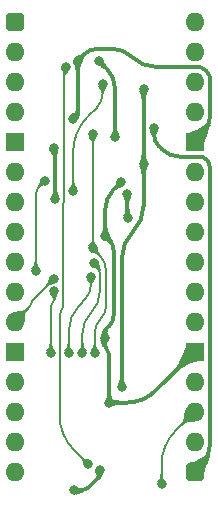
<source format=gbl>
%TF.GenerationSoftware,KiCad,Pcbnew,8.0.7*%
%TF.CreationDate,2025-01-14T09:52:43+02:00*%
%TF.ProjectId,Main Memory Enable,4d61696e-204d-4656-9d6f-727920456e61,V0*%
%TF.SameCoordinates,Original*%
%TF.FileFunction,Copper,L2,Bot*%
%TF.FilePolarity,Positive*%
%FSLAX46Y46*%
G04 Gerber Fmt 4.6, Leading zero omitted, Abs format (unit mm)*
G04 Created by KiCad (PCBNEW 8.0.7) date 2025-01-14 09:52:43*
%MOMM*%
%LPD*%
G01*
G04 APERTURE LIST*
G04 Aperture macros list*
%AMRoundRect*
0 Rectangle with rounded corners*
0 $1 Rounding radius*
0 $2 $3 $4 $5 $6 $7 $8 $9 X,Y pos of 4 corners*
0 Add a 4 corners polygon primitive as box body*
4,1,4,$2,$3,$4,$5,$6,$7,$8,$9,$2,$3,0*
0 Add four circle primitives for the rounded corners*
1,1,$1+$1,$2,$3*
1,1,$1+$1,$4,$5*
1,1,$1+$1,$6,$7*
1,1,$1+$1,$8,$9*
0 Add four rect primitives between the rounded corners*
20,1,$1+$1,$2,$3,$4,$5,0*
20,1,$1+$1,$4,$5,$6,$7,0*
20,1,$1+$1,$6,$7,$8,$9,0*
20,1,$1+$1,$8,$9,$2,$3,0*%
G04 Aperture macros list end*
%TA.AperFunction,ComponentPad*%
%ADD10RoundRect,0.400000X-0.400000X-0.400000X0.400000X-0.400000X0.400000X0.400000X-0.400000X0.400000X0*%
%TD*%
%TA.AperFunction,ComponentPad*%
%ADD11O,1.600000X1.600000*%
%TD*%
%TA.AperFunction,ComponentPad*%
%ADD12R,1.600000X1.600000*%
%TD*%
%TA.AperFunction,ViaPad*%
%ADD13C,0.800000*%
%TD*%
%TA.AperFunction,Conductor*%
%ADD14C,0.380000*%
%TD*%
%TA.AperFunction,Conductor*%
%ADD15C,0.200000*%
%TD*%
G04 APERTURE END LIST*
D10*
%TO.P,J2,1,Pin_1*%
%TO.N,5V*%
X0Y0D03*
D11*
%TO.P,J2,2,Pin_2*%
%TO.N,unconnected-(J2-Pin_2-Pad2)*%
X0Y-2540000D03*
%TO.P,J2,3,Pin_3*%
%TO.N,unconnected-(J2-Pin_3-Pad3)*%
X0Y-5080000D03*
%TO.P,J2,4,Pin_4*%
%TO.N,~{Main}0*%
X0Y-7620000D03*
D12*
%TO.P,J2,5,Pin_5*%
%TO.N,GND*%
X0Y-10160000D03*
D11*
%TO.P,J2,6,Pin_6*%
%TO.N,~{Main}1*%
X0Y-12700000D03*
%TO.P,J2,7,Pin_7*%
%TO.N,~{Main}2*%
X0Y-15240000D03*
%TO.P,J2,8,Pin_8*%
%TO.N,~{Main}3*%
X0Y-17780000D03*
%TO.P,J2,9,Pin_9*%
%TO.N,~{Main}4*%
X0Y-20320000D03*
%TO.P,J2,10,Pin_10*%
%TO.N,~{Main}5*%
X0Y-22860000D03*
%TO.P,J2,11,Pin_11*%
%TO.N,~{Main}6*%
X0Y-25400000D03*
D12*
%TO.P,J2,12,Pin_12*%
%TO.N,GND*%
X0Y-27940000D03*
D11*
%TO.P,J2,13,Pin_13*%
%TO.N,~{Main}7*%
X0Y-30480000D03*
%TO.P,J2,14,Pin_14*%
%TO.N,unconnected-(J2-Pin_14-Pad14)*%
X0Y-33020000D03*
%TO.P,J2,15,Pin_15*%
%TO.N,~{Reset}*%
X0Y-35560000D03*
%TO.P,J2,16,Pin_16*%
%TO.N,~{Set Contention}*%
X0Y-38100000D03*
D10*
%TO.P,J2,17,Pin_17*%
%TO.N,5V*%
X15240000Y-38100000D03*
D11*
%TO.P,J2,18,Pin_18*%
%TO.N,unconnected-(J2-Pin_18-Pad18)*%
X15240000Y-35560000D03*
%TO.P,J2,19,Pin_19*%
%TO.N,~{Contention}*%
X15240000Y-33020000D03*
%TO.P,J2,20,Pin_20*%
%TO.N,unconnected-(J2-Pin_20-Pad20)*%
X15240000Y-30480000D03*
D12*
%TO.P,J2,21,Pin_21*%
%TO.N,GND*%
X15240000Y-27940000D03*
D11*
%TO.P,J2,22,Pin_22*%
%TO.N,unconnected-(J2-Pin_22-Pad22)*%
X15240000Y-25400000D03*
%TO.P,J2,23,Pin_23*%
%TO.N,unconnected-(J2-Pin_23-Pad23)*%
X15240000Y-22860000D03*
%TO.P,J2,24,Pin_24*%
%TO.N,unconnected-(J2-Pin_24-Pad24)*%
X15240000Y-20320000D03*
%TO.P,J2,25,Pin_25*%
%TO.N,unconnected-(J2-Pin_25-Pad25)*%
X15240000Y-17780000D03*
%TO.P,J2,26,Pin_26*%
%TO.N,unconnected-(J2-Pin_26-Pad26)*%
X15240000Y-15240000D03*
%TO.P,J2,27,Pin_27*%
%TO.N,unconnected-(J2-Pin_27-Pad27)*%
X15240000Y-12700000D03*
D12*
%TO.P,J2,28,Pin_28*%
%TO.N,GND*%
X15240000Y-10160000D03*
D11*
%TO.P,J2,29,Pin_29*%
%TO.N,~{Main Memory}*%
X15240000Y-7620000D03*
%TO.P,J2,30,Pin_30*%
%TO.N,unconnected-(J2-Pin_30-Pad30)*%
X15240000Y-5080000D03*
%TO.P,J2,31,Pin_31*%
%TO.N,unconnected-(J2-Pin_31-Pad31)*%
X15240000Y-2540000D03*
%TO.P,J2,32,Pin_32*%
%TO.N,3.3V*%
X15240000Y0D03*
%TD*%
D13*
%TO.N,~{Main}1*%
X6731000Y-20447000D03*
%TO.N,/~{Pre-Main Memory}*%
X7454207Y-5311000D03*
X4953000Y-14351000D03*
%TO.N,/Pre-Main Memory*%
X1790000Y-21082000D03*
X2540003Y-13461997D03*
%TO.N,~{Main}2*%
X6459010Y-21611998D03*
X4572000Y-28067002D03*
%TO.N,~{Main}1*%
X5738972Y-28021223D03*
%TO.N,~{Main}0*%
X6604006Y-19177000D03*
X6626565Y-9497830D03*
X6787507Y-28076711D03*
%TO.N,3.3V*%
X9076004Y-30920004D03*
X10922000Y-5715000D03*
X10922000Y-12065000D03*
%TO.N,GND*%
X5334000Y-3302000D03*
X8001000Y-32258000D03*
X3301992Y-10668000D03*
X5016500Y-39687500D03*
X7670000Y-18161000D03*
X7184500Y-37918500D03*
X3429000Y-14986000D03*
X4961382Y-8201956D03*
X7608000Y-26797000D03*
X9017000Y-13589000D03*
%TO.N,5V*%
X9570000Y-16588000D03*
X7112000Y-3302000D03*
X11810996Y-9017002D03*
X8509000Y-9779000D03*
X9525000Y-14605000D03*
%TO.N,~{Contention}*%
X12446000Y-39116000D03*
%TO.N,~{Main}3*%
X3318370Y-22824975D03*
X3049499Y-28047079D03*
%TO.N,~{Main}6*%
X3293731Y-21785205D03*
%TO.N,/Contention*%
X6223000Y-37465000D03*
X4318000Y-3810000D03*
%TD*%
D14*
%TO.N,5V*%
X11810996Y-9588499D02*
G75*
G03*
X12215107Y-10564103I1379704J-1D01*
G01*
X16256000Y-11684000D02*
G75*
G03*
X15642789Y-11430004I-613200J-613200D01*
G01*
X16510000Y-35931974D02*
G75*
G02*
X15875001Y-37465001I-2168040J4D01*
G01*
X12445998Y-10794998D02*
G75*
G03*
X13979028Y-11429989I1533002J1532998D01*
G01*
X16256000Y-11684000D02*
G75*
G02*
X16509996Y-12297210I-613200J-613200D01*
G01*
X9525000Y-16511180D02*
G75*
G03*
X9547494Y-16565506I76800J-20D01*
G01*
X7810500Y-4000500D02*
G75*
G02*
X8509001Y-5686828I-1686330J-1686330D01*
G01*
%TO.N,GND*%
X7828263Y-25953736D02*
G75*
G03*
X7607991Y-26485500I531737J-531764D01*
G01*
X7807500Y-27746500D02*
G75*
G02*
X8001021Y-28213650I-467200J-467200D01*
G01*
X5334000Y-7565857D02*
G75*
G02*
X5147690Y-8015646I-636110J7D01*
G01*
X10033000Y-3048000D02*
G75*
G03*
X11872630Y-3810000I1839630J1839630D01*
G01*
X16226499Y-4161499D02*
G75*
G03*
X15377904Y-3809998I-848599J-848601D01*
G01*
X16577999Y-7875892D02*
G75*
G02*
X15909001Y-9491002I-2284099J-8D01*
G01*
X8382000Y-24852699D02*
G75*
G02*
X7995000Y-25787000I-1321300J-1D01*
G01*
X10033000Y-3048000D02*
G75*
G03*
X8193369Y-2286000I-1839630J-1839630D01*
G01*
X8026000Y-18517000D02*
G75*
G02*
X8382017Y-19376460I-859500J-859500D01*
G01*
X7614000Y-27279349D02*
G75*
G03*
X7807500Y-27746500I660650J-1D01*
G01*
X7184500Y-38227000D02*
G75*
G02*
X6966361Y-38753646I-744800J0D01*
G01*
X3365496Y-10731504D02*
G75*
G02*
X3428993Y-10884816I-153296J-153296D01*
G01*
X16226499Y-4161499D02*
G75*
G02*
X16578002Y-5010094I-848599J-848601D01*
G01*
X11954729Y-31225270D02*
G75*
G02*
X9461500Y-32257999I-2493229J2493230D01*
G01*
X7611000Y-26800000D02*
G75*
G02*
X7613982Y-26807242I-7200J-7200D01*
G01*
X6391710Y-39328289D02*
G75*
G02*
X5524500Y-39687505I-867210J867189D01*
G01*
X7068420Y-2286000D02*
G75*
G03*
X5841994Y-2793994I-20J-1734400D01*
G01*
X8343500Y-14262500D02*
G75*
G03*
X7669989Y-15888472I1626000J-1626000D01*
G01*
%TO.N,3.3V*%
X9999002Y-17813998D02*
G75*
G03*
X9076008Y-20042312I2228298J-2228302D01*
G01*
X10922000Y-15585683D02*
G75*
G02*
X9999002Y-17813998I-3151320J3D01*
G01*
D15*
%TO.N,/Contention*%
X3799499Y-33327825D02*
G75*
G03*
X5011247Y-36253251I4137171J-5D01*
G01*
X4203000Y-15177463D02*
G75*
G02*
X4135698Y-15339989I-229800J-37D01*
G01*
X4068370Y-24193879D02*
G75*
G02*
X3933937Y-24518438I-459000J-1D01*
G01*
X4260500Y-3867500D02*
G75*
G03*
X4203007Y-4006317I138800J-138800D01*
G01*
X3933934Y-24518435D02*
G75*
G03*
X3799495Y-24842991I324566J-324565D01*
G01*
X4135685Y-15339976D02*
G75*
G03*
X4068363Y-15502488I162515J-162524D01*
G01*
%TO.N,~{Main}6*%
X1426968Y-23812500D02*
G75*
G02*
X1313456Y-24086547I-387568J0D01*
G01*
X1540481Y-23538454D02*
G75*
G03*
X1426960Y-23812500I274019J-274046D01*
G01*
%TO.N,~{Main}3*%
X3318370Y-23544008D02*
G75*
G02*
X3183926Y-23868556I-458970J8D01*
G01*
X3183934Y-23868564D02*
G75*
G03*
X3049516Y-24193120I324566J-324536D01*
G01*
%TO.N,~{Contention}*%
X13613433Y-34646566D02*
G75*
G03*
X12446009Y-37465000I2818467J-2818434D01*
G01*
%TO.N,~{Main}0*%
X7175503Y-19748497D02*
G75*
G02*
X7746995Y-21128212I-1379703J-1379703D01*
G01*
X7267253Y-25175432D02*
G75*
G03*
X6787547Y-26333643I1158247J-1158168D01*
G01*
X6626565Y-19138489D02*
G75*
G02*
X6615302Y-19165737I-38565J-11D01*
G01*
X7747000Y-24017221D02*
G75*
G02*
X7267255Y-25175434I-1637970J1D01*
G01*
%TO.N,~{Main}1*%
X6473991Y-24641009D02*
G75*
G03*
X5738978Y-26415501I1774509J-1774491D01*
G01*
X7209010Y-22866516D02*
G75*
G02*
X6473990Y-24641008I-2509520J6D01*
G01*
X6970005Y-20686005D02*
G75*
G02*
X7209001Y-21263014I-577005J-576995D01*
G01*
%TO.N,~{Main}2*%
X6459010Y-22308494D02*
G75*
G02*
X5966513Y-23497488I-1681500J4D01*
G01*
X5515505Y-23948495D02*
G75*
G03*
X4572004Y-26226317I2277795J-2277805D01*
G01*
%TO.N,/Pre-Main Memory*%
X2165001Y-13836998D02*
G75*
G03*
X1789999Y-14742332I905329J-905332D01*
G01*
%TO.N,/~{Pre-Main Memory}*%
X7454207Y-6040396D02*
G75*
G02*
X6938445Y-7285554I-1760907J-4D01*
G01*
X6203603Y-8020396D02*
G75*
G03*
X4952997Y-11039620I3019217J-3019224D01*
G01*
D14*
%TO.N,GND*%
X5016500Y-39687500D02*
X5524500Y-39687500D01*
X7184500Y-37918500D02*
X7184500Y-38227000D01*
X6966357Y-38753642D02*
X6391710Y-39328289D01*
D15*
%TO.N,~{Main}0*%
X6626565Y-9497830D02*
X6626565Y-19138489D01*
X6604006Y-19177000D02*
X6615285Y-19165720D01*
%TO.N,~{Main}2*%
X6459010Y-21611998D02*
X6459010Y-22308494D01*
X4572000Y-28067002D02*
X4572000Y-26226317D01*
X5966512Y-23497487D02*
X5515505Y-23948495D01*
%TO.N,~{Main}1*%
X5738972Y-28021223D02*
X5738972Y-26415501D01*
X7209010Y-22866516D02*
X7209010Y-21263014D01*
X6731000Y-20447000D02*
X6970005Y-20686005D01*
D14*
%TO.N,5V*%
X11810996Y-9588499D02*
X11810996Y-9017002D01*
X15642789Y-11430000D02*
X13979028Y-11430000D01*
X12215105Y-10564105D02*
X12445998Y-10794998D01*
X15875000Y-37465000D02*
X15240000Y-38100000D01*
X16510000Y-35931974D02*
X16510000Y-12297210D01*
D15*
%TO.N,/~{Pre-Main Memory}*%
X4953000Y-14351000D02*
X4953000Y-11039620D01*
X6938445Y-7285554D02*
X6203603Y-8020396D01*
X7454207Y-6040396D02*
X7454207Y-5311000D01*
%TO.N,/Pre-Main Memory*%
X1790000Y-21082000D02*
X1790000Y-14742332D01*
X2540003Y-13461997D02*
X2165001Y-13836998D01*
%TO.N,~{Main}0*%
X6787507Y-28076711D02*
X6787507Y-26333643D01*
X7175503Y-19748497D02*
X6604006Y-19177000D01*
X7747000Y-21128212D02*
X7747000Y-24017221D01*
D14*
%TO.N,3.3V*%
X10922000Y-12065000D02*
X10922000Y-5715000D01*
X10922000Y-12065000D02*
X10922000Y-15585683D01*
X9076004Y-30920004D02*
X9076004Y-20042312D01*
%TO.N,GND*%
X7608000Y-26797000D02*
X7608000Y-26485500D01*
X3365496Y-10731504D02*
X3301992Y-10668000D01*
X8001000Y-28213650D02*
X8001000Y-32258000D01*
X11954729Y-31225270D02*
X15240000Y-27940000D01*
X8382000Y-24852699D02*
X8382000Y-19376460D01*
X7670000Y-18161000D02*
X7670000Y-15888472D01*
X9017000Y-13589000D02*
X8343500Y-14262500D01*
X15908999Y-9491000D02*
X15240000Y-10160000D01*
X7608000Y-26797000D02*
X7611000Y-26800000D01*
X7670000Y-18161000D02*
X8026000Y-18517000D01*
X7614000Y-27279349D02*
X7614000Y-26807242D01*
X8001000Y-32258000D02*
X9461500Y-32258000D01*
X16577999Y-7875892D02*
X16577999Y-5010094D01*
X3429000Y-14986000D02*
X3429000Y-10884816D01*
X8193369Y-2286000D02*
X7068420Y-2286000D01*
X11872630Y-3810000D02*
X15377904Y-3810000D01*
X5334000Y-3302000D02*
X5334000Y-7565857D01*
X5147691Y-8015647D02*
X4961382Y-8201956D01*
X7828263Y-25953736D02*
X7995000Y-25787000D01*
X5334000Y-3302000D02*
X5842000Y-2794000D01*
%TO.N,5V*%
X8509000Y-9779000D02*
X8509000Y-5686828D01*
X7112000Y-3302000D02*
X7810500Y-4000500D01*
X9525000Y-14605000D02*
X9525000Y-16511180D01*
X9570000Y-16588000D02*
X9547500Y-16565500D01*
D15*
%TO.N,~{Contention}*%
X13613433Y-34646566D02*
X15240000Y-33020000D01*
X12446000Y-37465000D02*
X12446000Y-39116000D01*
%TO.N,~{Main}3*%
X3049499Y-28047079D02*
X3049499Y-24193120D01*
X3318370Y-23544008D02*
X3318370Y-22824975D01*
%TO.N,~{Main}6*%
X1313454Y-24086545D02*
X0Y-25400000D01*
X1540481Y-23538454D02*
X3293731Y-21785205D01*
%TO.N,/Contention*%
X3799499Y-33327825D02*
X3799499Y-24842991D01*
X5011249Y-36253249D02*
X6223000Y-37465000D01*
X4203000Y-15177463D02*
X4203000Y-4006317D01*
X4068370Y-24193879D02*
X4068370Y-15502488D01*
X4260500Y-3867500D02*
X4318000Y-3810000D01*
%TD*%
%TA.AperFunction,Conductor*%
%TO.N,5V*%
G36*
X16180641Y-36674137D02*
G01*
X16514808Y-36812552D01*
X16521140Y-36818884D01*
X16521181Y-36827739D01*
X16428418Y-37057603D01*
X16428412Y-37057620D01*
X16331310Y-37334838D01*
X16234208Y-37648654D01*
X16137103Y-37999084D01*
X16043136Y-38373603D01*
X16037799Y-38380794D01*
X16028941Y-38382104D01*
X16027861Y-38381777D01*
X15244195Y-38102553D01*
X15237552Y-38096548D01*
X15237543Y-38096529D01*
X14867747Y-37313536D01*
X14867312Y-37304591D01*
X14873329Y-37297960D01*
X14876030Y-37297066D01*
X15024949Y-37267304D01*
X15123968Y-37247515D01*
X15123969Y-37247514D01*
X15123972Y-37247514D01*
X15386590Y-37158428D01*
X15649209Y-37032742D01*
X15911827Y-36870456D01*
X16169101Y-36675618D01*
X16177765Y-36673356D01*
X16180641Y-36674137D01*
G37*
%TD.AperFunction*%
%TD*%
%TA.AperFunction,Conductor*%
%TO.N,GND*%
G36*
X7612853Y-25931359D02*
G01*
X7612930Y-25931410D01*
X7617983Y-25934786D01*
X7910969Y-26130559D01*
X7915944Y-26138005D01*
X7915209Y-26144929D01*
X7857178Y-26279185D01*
X7870337Y-26392398D01*
X7923264Y-26499961D01*
X7923416Y-26500283D01*
X7980308Y-26625369D01*
X7981213Y-26628377D01*
X8005854Y-26783492D01*
X8003768Y-26792201D01*
X7996135Y-26796883D01*
X7994323Y-26797028D01*
X7609798Y-26797826D01*
X7605270Y-26796924D01*
X7593946Y-26792201D01*
X7249158Y-26648394D01*
X7242842Y-26642047D01*
X7242828Y-26633181D01*
X7297071Y-26500110D01*
X7314081Y-26458380D01*
X7314112Y-26458303D01*
X7368840Y-26326729D01*
X7369080Y-26326192D01*
X7422242Y-26215899D01*
X7422650Y-26215130D01*
X7493885Y-26092799D01*
X7494146Y-26092376D01*
X7596666Y-25934785D01*
X7604050Y-25929720D01*
X7612853Y-25931359D01*
G37*
%TD.AperFunction*%
%TD*%
%TA.AperFunction,Conductor*%
%TO.N,GND*%
G36*
X5520326Y-7528898D02*
G01*
X5523753Y-7537171D01*
X5523750Y-7537416D01*
X5519577Y-7736977D01*
X5519510Y-7738013D01*
X5503070Y-7887274D01*
X5502752Y-7888980D01*
X5469467Y-8015052D01*
X5469056Y-8016316D01*
X5413635Y-8158445D01*
X5413518Y-8158731D01*
X5335435Y-8344328D01*
X5329069Y-8350625D01*
X5320199Y-8350611D01*
X4963558Y-8203851D01*
X4959722Y-8201290D01*
X4688233Y-7928841D01*
X4684821Y-7920561D01*
X4688262Y-7912294D01*
X4689677Y-7911093D01*
X4808517Y-7825530D01*
X4811071Y-7824137D01*
X4935454Y-7775239D01*
X4935487Y-7775226D01*
X5042228Y-7733634D01*
X5116282Y-7662761D01*
X5142105Y-7534855D01*
X5147102Y-7527424D01*
X5153574Y-7525471D01*
X5512053Y-7525471D01*
X5520326Y-7528898D01*
G37*
%TD.AperFunction*%
%TD*%
%TA.AperFunction,Conductor*%
%TO.N,GND*%
G36*
X16264903Y-8602162D02*
G01*
X16268981Y-8603851D01*
X16598638Y-8740399D01*
X16604969Y-8746730D01*
X16604969Y-8755684D01*
X16604916Y-8755811D01*
X16495662Y-9011074D01*
X16381741Y-9313846D01*
X16267825Y-9653205D01*
X16153916Y-10029142D01*
X16043333Y-10429635D01*
X16037828Y-10436698D01*
X16028941Y-10437799D01*
X16028182Y-10437561D01*
X15244203Y-10162531D01*
X15237531Y-10156559D01*
X15237521Y-10156539D01*
X14996783Y-9653195D01*
X14862553Y-9372542D01*
X14862076Y-9363602D01*
X14868061Y-9356941D01*
X14869933Y-9356235D01*
X15136944Y-9281101D01*
X15417333Y-9165603D01*
X15417338Y-9165600D01*
X15417341Y-9165599D01*
X15468835Y-9137665D01*
X15697722Y-9013506D01*
X15978111Y-8824808D01*
X16253098Y-8603850D01*
X16261693Y-8601340D01*
X16264903Y-8602162D01*
G37*
%TD.AperFunction*%
%TD*%
%TA.AperFunction,Conductor*%
%TO.N,GND*%
G36*
X7187225Y-37918574D02*
G01*
X7543323Y-38067098D01*
X7549639Y-38073445D01*
X7549646Y-38082330D01*
X7478116Y-38257012D01*
X7478068Y-38257129D01*
X7422651Y-38388382D01*
X7422374Y-38388989D01*
X7368401Y-38498876D01*
X7367978Y-38499659D01*
X7296063Y-38621658D01*
X7295781Y-38622112D01*
X7192945Y-38779652D01*
X7185554Y-38784707D01*
X7176753Y-38783054D01*
X7176648Y-38782985D01*
X6878643Y-38583868D01*
X6873668Y-38576423D01*
X6874409Y-38569482D01*
X6932564Y-38435506D01*
X6920105Y-38322450D01*
X6868094Y-38215019D01*
X6867954Y-38214718D01*
X6811834Y-38089779D01*
X6810949Y-38086801D01*
X6786619Y-37931985D01*
X6788720Y-37923283D01*
X6796361Y-37918613D01*
X6798144Y-37918471D01*
X7182705Y-37917673D01*
X7187225Y-37918574D01*
G37*
%TD.AperFunction*%
%TD*%
%TA.AperFunction,Conductor*%
%TO.N,~{Main}1*%
G36*
X7098408Y-20298514D02*
G01*
X7104724Y-20304861D01*
X7104834Y-20305137D01*
X7170719Y-20477603D01*
X7171038Y-20478559D01*
X7209260Y-20612130D01*
X7209520Y-20613244D01*
X7231312Y-20732374D01*
X7231378Y-20732776D01*
X7251945Y-20872576D01*
X7284476Y-21056336D01*
X7282544Y-21065080D01*
X7275237Y-21069851D01*
X7100037Y-21104698D01*
X7091255Y-21102951D01*
X7086811Y-21097360D01*
X7041084Y-20976402D01*
X7041084Y-20976401D01*
X6963477Y-20912232D01*
X6859244Y-20884170D01*
X6859235Y-20884168D01*
X6730864Y-20862384D01*
X6729456Y-20862055D01*
X6590308Y-20820270D01*
X6583370Y-20814608D01*
X6582467Y-20805699D01*
X6582857Y-20804602D01*
X6612492Y-20732776D01*
X6728947Y-20450522D01*
X6735269Y-20444183D01*
X7089454Y-20298492D01*
X7098408Y-20298514D01*
G37*
%TD.AperFunction*%
%TD*%
%TA.AperFunction,Conductor*%
%TO.N,GND*%
G36*
X5180063Y-39323190D02*
G01*
X5180772Y-39323514D01*
X5309314Y-39387402D01*
X5310179Y-39387878D01*
X5412614Y-39450071D01*
X5503677Y-39493402D01*
X5529882Y-39496482D01*
X5608496Y-39505725D01*
X5608497Y-39505724D01*
X5608499Y-39505725D01*
X5742328Y-39477338D01*
X5751130Y-39478973D01*
X5755881Y-39485168D01*
X5866368Y-39825213D01*
X5865666Y-39834140D01*
X5858856Y-39839955D01*
X5858644Y-39840022D01*
X5695875Y-39889505D01*
X5695463Y-39889622D01*
X5570326Y-39922716D01*
X5570327Y-39922717D01*
X5462113Y-39951412D01*
X5462106Y-39951414D01*
X5339190Y-39991045D01*
X5339132Y-39991066D01*
X5180216Y-40052909D01*
X5171263Y-40052716D01*
X5165175Y-40046511D01*
X5017425Y-39692308D01*
X5017403Y-39683356D01*
X5164766Y-39329490D01*
X5171108Y-39323173D01*
X5180063Y-39323190D01*
G37*
%TD.AperFunction*%
%TD*%
%TA.AperFunction,Conductor*%
%TO.N,~{Main}0*%
G36*
X6911281Y-9615533D02*
G01*
X6984517Y-9646067D01*
X6990835Y-9652414D01*
X6990814Y-9661368D01*
X6990465Y-9662127D01*
X6916925Y-9808192D01*
X6916176Y-9809472D01*
X6843299Y-9917562D01*
X6782827Y-10011965D01*
X6741723Y-10127070D01*
X6727512Y-10287165D01*
X6723367Y-10295102D01*
X6715858Y-10297830D01*
X6537272Y-10297830D01*
X6528999Y-10294403D01*
X6525618Y-10287165D01*
X6511405Y-10127070D01*
X6511405Y-10127068D01*
X6470303Y-10011968D01*
X6409826Y-9917558D01*
X6336947Y-9809465D01*
X6336207Y-9808200D01*
X6262664Y-9662127D01*
X6262004Y-9653197D01*
X6267853Y-9646416D01*
X6268612Y-9646067D01*
X6622065Y-9498705D01*
X6631014Y-9498685D01*
X6911281Y-9615533D01*
G37*
%TD.AperFunction*%
%TD*%
%TA.AperFunction,Conductor*%
%TO.N,~{Main}0*%
G36*
X6724009Y-18384914D02*
G01*
X6727401Y-18392284D01*
X6739608Y-18549927D01*
X6775579Y-18664731D01*
X6829716Y-18759538D01*
X6875573Y-18833172D01*
X6895893Y-18865802D01*
X6896983Y-18867551D01*
X6897561Y-18868594D01*
X6968098Y-19012767D01*
X6968655Y-19021705D01*
X6962730Y-19028419D01*
X6962090Y-19028708D01*
X6608508Y-19176123D01*
X6599554Y-19176144D01*
X6599504Y-19176123D01*
X6570425Y-19163999D01*
X6246205Y-19028826D01*
X6239888Y-19022480D01*
X6239909Y-19013526D01*
X6240319Y-19012647D01*
X6316268Y-18866604D01*
X6317216Y-18865081D01*
X6395612Y-18758578D01*
X6462632Y-18666174D01*
X6509148Y-18552504D01*
X6509411Y-18549927D01*
X6525494Y-18392002D01*
X6529742Y-18384118D01*
X6537134Y-18381487D01*
X6715736Y-18381487D01*
X6724009Y-18384914D01*
G37*
%TD.AperFunction*%
%TD*%
%TA.AperFunction,Conductor*%
%TO.N,~{Main}2*%
G36*
X6816688Y-21760120D02*
G01*
X6823005Y-21766466D01*
X6822984Y-21775420D01*
X6822510Y-21776422D01*
X6756866Y-21899557D01*
X6755722Y-21901306D01*
X6685019Y-21990800D01*
X6684945Y-21990892D01*
X6622785Y-22067960D01*
X6622784Y-22067961D01*
X6578007Y-22163837D01*
X6560339Y-22299952D01*
X6555875Y-22307715D01*
X6548520Y-22310144D01*
X6369403Y-22306841D01*
X6361195Y-22303262D01*
X6357980Y-22296326D01*
X6344247Y-22161020D01*
X6299886Y-22065847D01*
X6235958Y-21989331D01*
X6163183Y-21900532D01*
X6161948Y-21898695D01*
X6160128Y-21895340D01*
X6095636Y-21776460D01*
X6094704Y-21767556D01*
X6100342Y-21760599D01*
X6101410Y-21760088D01*
X6454528Y-21612874D01*
X6463477Y-21612854D01*
X6816688Y-21760120D01*
G37*
%TD.AperFunction*%
%TD*%
%TA.AperFunction,Conductor*%
%TO.N,~{Main}2*%
G36*
X4669566Y-27270429D02*
G01*
X4672947Y-27277667D01*
X4687158Y-27437760D01*
X4728262Y-27552864D01*
X4788734Y-27647268D01*
X4861611Y-27755357D01*
X4862360Y-27756637D01*
X4935900Y-27902704D01*
X4936560Y-27911634D01*
X4930711Y-27918415D01*
X4929952Y-27918764D01*
X4576502Y-28066125D01*
X4567548Y-28066146D01*
X4567498Y-28066125D01*
X4214046Y-27918764D01*
X4207728Y-27912417D01*
X4207749Y-27903463D01*
X4208083Y-27902736D01*
X4281646Y-27756622D01*
X4282378Y-27755371D01*
X4355261Y-27647273D01*
X4415738Y-27552862D01*
X4456840Y-27437763D01*
X4471053Y-27277666D01*
X4475198Y-27269730D01*
X4482707Y-27267002D01*
X4661293Y-27267002D01*
X4669566Y-27270429D01*
G37*
%TD.AperFunction*%
%TD*%
%TA.AperFunction,Conductor*%
%TO.N,~{Main}1*%
G36*
X5836538Y-27224650D02*
G01*
X5839919Y-27231888D01*
X5854130Y-27391981D01*
X5895234Y-27507085D01*
X5955706Y-27601489D01*
X6028583Y-27709578D01*
X6029332Y-27710858D01*
X6102872Y-27856925D01*
X6103532Y-27865855D01*
X6097683Y-27872636D01*
X6096924Y-27872985D01*
X5743474Y-28020346D01*
X5734520Y-28020367D01*
X5734470Y-28020346D01*
X5381018Y-27872985D01*
X5374700Y-27866638D01*
X5374721Y-27857684D01*
X5375055Y-27856957D01*
X5448618Y-27710843D01*
X5449350Y-27709592D01*
X5522233Y-27601494D01*
X5582710Y-27507083D01*
X5623812Y-27391984D01*
X5638025Y-27231887D01*
X5642170Y-27223951D01*
X5649679Y-27221223D01*
X5828265Y-27221223D01*
X5836538Y-27224650D01*
G37*
%TD.AperFunction*%
%TD*%
%TA.AperFunction,Conductor*%
%TO.N,5V*%
G36*
X12138158Y-9152411D02*
G01*
X12168873Y-9165210D01*
X12175192Y-9171556D01*
X12175173Y-9180510D01*
X12174791Y-9181335D01*
X12119310Y-9289870D01*
X12118582Y-9291102D01*
X12089181Y-9334514D01*
X12061498Y-9375392D01*
X12061489Y-9375407D01*
X12016780Y-9449764D01*
X12016780Y-9449766D01*
X11993507Y-9538694D01*
X11993506Y-9538701D01*
X11999802Y-9656698D01*
X11996821Y-9665142D01*
X11989949Y-9668877D01*
X11636344Y-9724882D01*
X11627637Y-9722791D01*
X11623003Y-9715414D01*
X11599111Y-9583631D01*
X11572910Y-9483684D01*
X11541314Y-9399598D01*
X11499200Y-9304139D01*
X11493585Y-9291106D01*
X11446127Y-9180945D01*
X11446001Y-9171991D01*
X11452243Y-9165571D01*
X11806339Y-9017891D01*
X11815292Y-9017870D01*
X12138158Y-9152411D01*
G37*
%TD.AperFunction*%
%TD*%
%TA.AperFunction,Conductor*%
%TO.N,/~{Pre-Main Memory}*%
G36*
X5050566Y-13554427D02*
G01*
X5053947Y-13561665D01*
X5068158Y-13721758D01*
X5109262Y-13836862D01*
X5169734Y-13931266D01*
X5242611Y-14039355D01*
X5243360Y-14040635D01*
X5316900Y-14186702D01*
X5317560Y-14195632D01*
X5311711Y-14202413D01*
X5310952Y-14202762D01*
X4957502Y-14350123D01*
X4948548Y-14350144D01*
X4948498Y-14350123D01*
X4595046Y-14202762D01*
X4588728Y-14196415D01*
X4588749Y-14187461D01*
X4589083Y-14186734D01*
X4662646Y-14040620D01*
X4663378Y-14039369D01*
X4736261Y-13931271D01*
X4796738Y-13836860D01*
X4837840Y-13721761D01*
X4852053Y-13561664D01*
X4856198Y-13553728D01*
X4863707Y-13551000D01*
X5042293Y-13551000D01*
X5050566Y-13554427D01*
G37*
%TD.AperFunction*%
%TD*%
%TA.AperFunction,Conductor*%
%TO.N,/~{Pre-Main Memory}*%
G36*
X7811993Y-5459167D02*
G01*
X7818311Y-5465514D01*
X7818290Y-5474468D01*
X7817866Y-5475375D01*
X7749821Y-5605896D01*
X7748832Y-5607472D01*
X7677751Y-5702993D01*
X7677752Y-5702994D01*
X7616329Y-5785763D01*
X7572640Y-5887862D01*
X7572640Y-5887863D01*
X7555445Y-6031644D01*
X7551060Y-6039452D01*
X7543624Y-6041953D01*
X7364699Y-6038837D01*
X7356487Y-6035267D01*
X7353253Y-6028222D01*
X7339967Y-5885204D01*
X7296696Y-5783769D01*
X7233595Y-5701600D01*
X7233588Y-5701590D01*
X7160459Y-5606737D01*
X7159387Y-5605072D01*
X7090665Y-5475412D01*
X7089819Y-5466497D01*
X7095524Y-5459595D01*
X7096492Y-5459137D01*
X7449724Y-5311876D01*
X7458673Y-5311856D01*
X7811993Y-5459167D01*
G37*
%TD.AperFunction*%
%TD*%
%TA.AperFunction,Conductor*%
%TO.N,/Pre-Main Memory*%
G36*
X1887566Y-20285427D02*
G01*
X1890947Y-20292665D01*
X1905158Y-20452758D01*
X1946262Y-20567862D01*
X2006734Y-20662266D01*
X2079611Y-20770355D01*
X2080360Y-20771635D01*
X2153900Y-20917702D01*
X2154560Y-20926632D01*
X2148711Y-20933413D01*
X2147952Y-20933762D01*
X1794502Y-21081123D01*
X1785548Y-21081144D01*
X1785498Y-21081123D01*
X1432046Y-20933762D01*
X1425728Y-20927415D01*
X1425749Y-20918461D01*
X1426083Y-20917734D01*
X1499646Y-20771620D01*
X1500378Y-20770369D01*
X1573261Y-20662271D01*
X1633738Y-20567860D01*
X1674840Y-20452761D01*
X1689053Y-20292664D01*
X1693198Y-20284728D01*
X1700707Y-20282000D01*
X1879293Y-20282000D01*
X1887566Y-20285427D01*
G37*
%TD.AperFunction*%
%TD*%
%TA.AperFunction,Conductor*%
%TO.N,/Pre-Main Memory*%
G36*
X2182157Y-13313739D02*
G01*
X2489644Y-13440230D01*
X2536078Y-13459332D01*
X2542425Y-13465648D01*
X2542446Y-13465698D01*
X2687987Y-13819190D01*
X2687968Y-13828144D01*
X2681622Y-13834463D01*
X2680151Y-13834957D01*
X2553911Y-13868247D01*
X2551226Y-13868630D01*
X2438152Y-13871515D01*
X2437995Y-13871518D01*
X2339806Y-13872705D01*
X2248083Y-13904553D01*
X2160271Y-13992383D01*
X2151998Y-13995811D01*
X2145120Y-13993576D01*
X2000051Y-13888177D01*
X1995372Y-13880542D01*
X1996882Y-13872715D01*
X2066743Y-13755681D01*
X2097561Y-13655170D01*
X2108594Y-13560643D01*
X2108639Y-13560305D01*
X2124520Y-13452626D01*
X2124949Y-13450777D01*
X2166580Y-13320990D01*
X2172370Y-13314160D01*
X2181295Y-13313424D01*
X2182157Y-13313739D01*
G37*
%TD.AperFunction*%
%TD*%
%TA.AperFunction,Conductor*%
%TO.N,~{Main}0*%
G36*
X6885073Y-27280138D02*
G01*
X6888454Y-27287376D01*
X6902665Y-27447469D01*
X6943769Y-27562573D01*
X7004241Y-27656977D01*
X7077118Y-27765066D01*
X7077867Y-27766346D01*
X7151407Y-27912413D01*
X7152067Y-27921343D01*
X7146218Y-27928124D01*
X7145459Y-27928473D01*
X6792009Y-28075834D01*
X6783055Y-28075855D01*
X6783005Y-28075834D01*
X6429553Y-27928473D01*
X6423235Y-27922126D01*
X6423256Y-27913172D01*
X6423590Y-27912445D01*
X6497153Y-27766331D01*
X6497885Y-27765080D01*
X6570768Y-27656982D01*
X6631245Y-27562571D01*
X6672347Y-27447472D01*
X6686560Y-27287375D01*
X6690705Y-27279439D01*
X6698214Y-27276711D01*
X6876800Y-27276711D01*
X6885073Y-27280138D01*
G37*
%TD.AperFunction*%
%TD*%
%TA.AperFunction,Conductor*%
%TO.N,~{Main}0*%
G36*
X6970890Y-19028730D02*
G01*
X6977208Y-19035077D01*
X6977498Y-19035860D01*
X7028782Y-19191146D01*
X7029157Y-19192580D01*
X7054058Y-19320550D01*
X7078049Y-19430057D01*
X7094929Y-19465689D01*
X7130374Y-19540508D01*
X7130376Y-19540511D01*
X7130377Y-19540512D01*
X7233529Y-19663764D01*
X7236211Y-19672308D01*
X7232830Y-19679546D01*
X7106552Y-19805824D01*
X7098279Y-19809251D01*
X7090770Y-19806523D01*
X6967518Y-19703371D01*
X6967517Y-19703370D01*
X6967514Y-19703368D01*
X6892695Y-19667923D01*
X6857063Y-19651043D01*
X6747556Y-19627052D01*
X6619586Y-19602151D01*
X6618152Y-19601776D01*
X6462866Y-19550492D01*
X6456085Y-19544643D01*
X6455425Y-19535713D01*
X6455709Y-19534944D01*
X6601443Y-19180802D01*
X6607759Y-19174457D01*
X6961937Y-19028709D01*
X6970890Y-19028730D01*
G37*
%TD.AperFunction*%
%TD*%
%TA.AperFunction,Conductor*%
%TO.N,3.3V*%
G36*
X11280529Y-5863477D02*
G01*
X11286847Y-5869824D01*
X11286826Y-5878778D01*
X11286732Y-5878999D01*
X11223558Y-6022195D01*
X11223493Y-6022337D01*
X11172858Y-6133076D01*
X11172853Y-6133089D01*
X11138202Y-6231585D01*
X11118340Y-6348580D01*
X11112429Y-6503745D01*
X11108689Y-6511882D01*
X11100737Y-6515000D01*
X10743263Y-6515000D01*
X10734990Y-6511573D01*
X10731571Y-6503746D01*
X10731571Y-6503745D01*
X10725658Y-6348587D01*
X10705794Y-6231582D01*
X10671145Y-6133091D01*
X10671143Y-6133087D01*
X10671139Y-6133076D01*
X10620504Y-6022338D01*
X10620439Y-6022195D01*
X10557266Y-5878996D01*
X10557063Y-5870046D01*
X10563250Y-5863571D01*
X10563399Y-5863506D01*
X10917500Y-5715875D01*
X10926449Y-5715855D01*
X11280529Y-5863477D01*
G37*
%TD.AperFunction*%
%TD*%
%TA.AperFunction,Conductor*%
%TO.N,3.3V*%
G36*
X11109010Y-11268427D02*
G01*
X11112429Y-11276255D01*
X11118340Y-11431418D01*
X11138202Y-11548412D01*
X11172853Y-11646908D01*
X11172858Y-11646921D01*
X11223483Y-11757636D01*
X11223548Y-11757779D01*
X11286732Y-11901001D01*
X11286936Y-11909953D01*
X11280749Y-11916428D01*
X11280529Y-11916522D01*
X10926502Y-12064123D01*
X10917548Y-12064144D01*
X10917498Y-12064123D01*
X10563470Y-11916522D01*
X10557152Y-11910175D01*
X10557173Y-11901221D01*
X10557236Y-11901071D01*
X10620450Y-11757779D01*
X10671145Y-11646907D01*
X10705794Y-11548416D01*
X10725658Y-11431412D01*
X10731571Y-11276253D01*
X10735311Y-11268118D01*
X10743263Y-11265000D01*
X11100737Y-11265000D01*
X11109010Y-11268427D01*
G37*
%TD.AperFunction*%
%TD*%
%TA.AperFunction,Conductor*%
%TO.N,3.3V*%
G36*
X11280529Y-12213477D02*
G01*
X11286847Y-12219824D01*
X11286826Y-12228778D01*
X11286732Y-12228999D01*
X11223558Y-12372195D01*
X11223493Y-12372337D01*
X11172858Y-12483076D01*
X11172853Y-12483089D01*
X11138202Y-12581585D01*
X11118340Y-12698580D01*
X11112429Y-12853745D01*
X11108689Y-12861882D01*
X11100737Y-12865000D01*
X10743263Y-12865000D01*
X10734990Y-12861573D01*
X10731571Y-12853746D01*
X10731571Y-12853745D01*
X10725658Y-12698587D01*
X10705794Y-12581582D01*
X10671145Y-12483091D01*
X10671143Y-12483087D01*
X10671139Y-12483076D01*
X10620504Y-12372338D01*
X10620439Y-12372195D01*
X10557266Y-12228996D01*
X10557063Y-12220046D01*
X10563250Y-12213571D01*
X10563399Y-12213506D01*
X10917500Y-12065875D01*
X10926449Y-12065855D01*
X11280529Y-12213477D01*
G37*
%TD.AperFunction*%
%TD*%
%TA.AperFunction,Conductor*%
%TO.N,3.3V*%
G36*
X9263014Y-30123431D02*
G01*
X9266433Y-30131259D01*
X9272344Y-30286422D01*
X9292206Y-30403416D01*
X9326857Y-30501912D01*
X9326862Y-30501925D01*
X9377487Y-30612640D01*
X9377552Y-30612783D01*
X9440736Y-30756005D01*
X9440940Y-30764957D01*
X9434753Y-30771432D01*
X9434533Y-30771526D01*
X9080506Y-30919127D01*
X9071552Y-30919148D01*
X9071502Y-30919127D01*
X8717474Y-30771526D01*
X8711156Y-30765179D01*
X8711177Y-30756225D01*
X8711240Y-30756075D01*
X8774454Y-30612783D01*
X8825149Y-30501911D01*
X8859798Y-30403420D01*
X8879662Y-30286416D01*
X8885575Y-30131257D01*
X8889315Y-30123122D01*
X8897267Y-30120004D01*
X9254741Y-30120004D01*
X9263014Y-30123431D01*
G37*
%TD.AperFunction*%
%TD*%
%TA.AperFunction,Conductor*%
%TO.N,GND*%
G36*
X8188010Y-31461427D02*
G01*
X8191429Y-31469255D01*
X8197340Y-31624418D01*
X8217202Y-31741412D01*
X8251853Y-31839908D01*
X8251858Y-31839921D01*
X8302483Y-31950636D01*
X8302548Y-31950779D01*
X8365732Y-32094001D01*
X8365936Y-32102953D01*
X8359749Y-32109428D01*
X8359529Y-32109522D01*
X8005502Y-32257123D01*
X7996548Y-32257144D01*
X7996498Y-32257123D01*
X7642470Y-32109522D01*
X7636152Y-32103175D01*
X7636173Y-32094221D01*
X7636236Y-32094071D01*
X7699450Y-31950779D01*
X7750145Y-31839907D01*
X7784794Y-31741416D01*
X7804658Y-31624412D01*
X7810571Y-31469253D01*
X7814311Y-31461118D01*
X7822263Y-31458000D01*
X8179737Y-31458000D01*
X8188010Y-31461427D01*
G37*
%TD.AperFunction*%
%TD*%
%TA.AperFunction,Conductor*%
%TO.N,GND*%
G36*
X14451293Y-27613293D02*
G01*
X15236214Y-27937437D01*
X15242553Y-27943762D01*
X15242562Y-27943785D01*
X15566012Y-28727025D01*
X15566003Y-28735980D01*
X15559664Y-28742305D01*
X15557644Y-28742933D01*
X15258822Y-28806808D01*
X14946284Y-28910215D01*
X14633742Y-29050223D01*
X14321213Y-29226823D01*
X14321198Y-29226832D01*
X14016674Y-29434570D01*
X14007909Y-29436402D01*
X14001808Y-29433178D01*
X13746350Y-29177719D01*
X13742923Y-29169446D01*
X13744522Y-29163542D01*
X13879972Y-28931993D01*
X14019979Y-28656052D01*
X14159986Y-28343511D01*
X14299993Y-27994370D01*
X14435831Y-27620114D01*
X14441874Y-27613509D01*
X14450820Y-27613110D01*
X14451293Y-27613293D01*
G37*
%TD.AperFunction*%
%TD*%
%TA.AperFunction,Conductor*%
%TO.N,GND*%
G36*
X7857010Y-17364427D02*
G01*
X7860429Y-17372255D01*
X7866340Y-17527418D01*
X7886202Y-17644412D01*
X7920853Y-17742908D01*
X7920858Y-17742921D01*
X7971483Y-17853636D01*
X7971548Y-17853779D01*
X8034732Y-17997001D01*
X8034936Y-18005953D01*
X8028749Y-18012428D01*
X8028529Y-18012522D01*
X7674502Y-18160123D01*
X7665548Y-18160144D01*
X7665498Y-18160123D01*
X7311470Y-18012522D01*
X7305152Y-18006175D01*
X7305173Y-17997221D01*
X7305236Y-17997071D01*
X7368450Y-17853779D01*
X7419145Y-17742907D01*
X7453794Y-17644416D01*
X7473658Y-17527412D01*
X7479571Y-17372253D01*
X7483311Y-17364118D01*
X7491263Y-17361000D01*
X7848737Y-17361000D01*
X7857010Y-17364427D01*
G37*
%TD.AperFunction*%
%TD*%
%TA.AperFunction,Conductor*%
%TO.N,GND*%
G36*
X8658460Y-13440458D02*
G01*
X9013195Y-13586436D01*
X9019542Y-13592754D01*
X9019563Y-13592804D01*
X9165528Y-13947508D01*
X9165507Y-13956462D01*
X9159160Y-13962780D01*
X9158938Y-13962869D01*
X9013028Y-14019448D01*
X9012882Y-14019503D01*
X8898752Y-14062011D01*
X8898745Y-14062013D01*
X8898743Y-14062015D01*
X8882564Y-14069772D01*
X8804600Y-14107157D01*
X8707817Y-14175849D01*
X8707816Y-14175849D01*
X8593926Y-14281381D01*
X8585529Y-14284491D01*
X8577701Y-14281072D01*
X8324927Y-14028298D01*
X8321500Y-14020025D01*
X8324616Y-14012075D01*
X8430151Y-13898180D01*
X8498840Y-13801399D01*
X8543983Y-13707255D01*
X8586535Y-13593010D01*
X8643130Y-13447060D01*
X8649317Y-13440586D01*
X8658269Y-13440382D01*
X8658460Y-13440458D01*
G37*
%TD.AperFunction*%
%TD*%
%TA.AperFunction,Conductor*%
%TO.N,GND*%
G36*
X8037931Y-18012299D02*
G01*
X8044143Y-18018400D01*
X8111938Y-18173052D01*
X8111942Y-18173060D01*
X8111943Y-18173062D01*
X8169866Y-18287183D01*
X8225037Y-18383337D01*
X8289093Y-18494426D01*
X8289285Y-18494773D01*
X8368437Y-18643474D01*
X8369299Y-18652387D01*
X8363606Y-18659299D01*
X8363421Y-18659396D01*
X8044824Y-18821734D01*
X8035897Y-18822436D01*
X8029713Y-18817700D01*
X7955961Y-18704558D01*
X7955959Y-18704556D01*
X7873815Y-18640328D01*
X7873814Y-18640327D01*
X7779566Y-18607478D01*
X7779564Y-18607477D01*
X7664245Y-18579783D01*
X7663265Y-18579502D01*
X7528803Y-18534524D01*
X7522045Y-18528649D01*
X7521419Y-18519716D01*
X7521684Y-18519003D01*
X7667689Y-18164615D01*
X7674006Y-18158274D01*
X8028978Y-18012276D01*
X8037931Y-18012299D01*
G37*
%TD.AperFunction*%
%TD*%
%TA.AperFunction,Conductor*%
%TO.N,GND*%
G36*
X7965751Y-26945160D02*
G01*
X7972072Y-26951503D01*
X7972056Y-26960457D01*
X7971617Y-26961393D01*
X7916071Y-27067349D01*
X7915345Y-27068553D01*
X7856095Y-27154596D01*
X7812687Y-27230788D01*
X7812687Y-27230789D01*
X7800130Y-27313886D01*
X7799597Y-27317410D01*
X7799597Y-27317412D01*
X7828276Y-27425419D01*
X7827087Y-27434295D01*
X7821445Y-27439231D01*
X7490764Y-27576204D01*
X7481810Y-27576204D01*
X7475478Y-27569872D01*
X7475427Y-27569749D01*
X7423097Y-27439231D01*
X7417564Y-27425431D01*
X7417460Y-27425161D01*
X7376281Y-27313886D01*
X7376223Y-27313725D01*
X7342020Y-27216983D01*
X7300763Y-27105499D01*
X7242741Y-26960780D01*
X7242843Y-26951828D01*
X7249095Y-26945631D01*
X7603120Y-26797952D01*
X7612069Y-26797930D01*
X7965751Y-26945160D01*
G37*
%TD.AperFunction*%
%TD*%
%TA.AperFunction,Conductor*%
%TO.N,GND*%
G36*
X8164778Y-31893173D02*
G01*
X8164954Y-31893248D01*
X8308219Y-31956450D01*
X8344212Y-31972907D01*
X8419076Y-32007139D01*
X8419087Y-32007143D01*
X8419091Y-32007145D01*
X8517582Y-32041794D01*
X8517585Y-32041795D01*
X8634580Y-32061657D01*
X8634581Y-32061657D01*
X8634587Y-32061658D01*
X8789746Y-32067571D01*
X8797882Y-32071311D01*
X8801000Y-32079263D01*
X8801000Y-32436736D01*
X8797573Y-32445009D01*
X8789746Y-32448428D01*
X8634580Y-32454340D01*
X8517585Y-32474202D01*
X8419089Y-32508853D01*
X8419076Y-32508858D01*
X8308337Y-32559493D01*
X8308195Y-32559558D01*
X8164999Y-32622732D01*
X8156046Y-32622936D01*
X8149571Y-32616750D01*
X8149477Y-32616529D01*
X8125725Y-32559558D01*
X8001875Y-32262499D01*
X8001855Y-32253550D01*
X8149478Y-31899468D01*
X8155824Y-31893152D01*
X8164778Y-31893173D01*
G37*
%TD.AperFunction*%
%TD*%
%TA.AperFunction,Conductor*%
%TO.N,GND*%
G36*
X3689788Y-10667969D02*
G01*
X3698052Y-10671417D01*
X3701458Y-10679698D01*
X3701446Y-10680192D01*
X3693387Y-10860155D01*
X3693267Y-10861382D01*
X3672829Y-10996469D01*
X3672712Y-10997121D01*
X3648211Y-11113936D01*
X3648209Y-11113948D01*
X3627633Y-11249947D01*
X3627630Y-11249977D01*
X3619500Y-11431560D01*
X3615707Y-11439672D01*
X3607812Y-11442737D01*
X3249435Y-11442737D01*
X3241162Y-11439310D01*
X3237811Y-11432370D01*
X3237718Y-11431560D01*
X3219849Y-11275738D01*
X3219848Y-11275735D01*
X3169289Y-11166410D01*
X3169284Y-11166403D01*
X3097677Y-11078449D01*
X3097614Y-11078371D01*
X3015916Y-10976240D01*
X3014748Y-10974472D01*
X2938537Y-10832437D01*
X2937646Y-10823529D01*
X2943316Y-10816597D01*
X2944325Y-10816117D01*
X3299821Y-10667904D01*
X3304342Y-10667005D01*
X3689788Y-10667969D01*
G37*
%TD.AperFunction*%
%TD*%
%TA.AperFunction,Conductor*%
%TO.N,GND*%
G36*
X3616010Y-14189427D02*
G01*
X3619429Y-14197255D01*
X3625340Y-14352418D01*
X3645202Y-14469412D01*
X3679853Y-14567908D01*
X3679858Y-14567921D01*
X3730483Y-14678636D01*
X3730548Y-14678779D01*
X3793732Y-14822001D01*
X3793936Y-14830953D01*
X3787749Y-14837428D01*
X3787529Y-14837522D01*
X3433502Y-14985123D01*
X3424548Y-14985144D01*
X3424498Y-14985123D01*
X3070470Y-14837522D01*
X3064152Y-14831175D01*
X3064173Y-14822221D01*
X3064236Y-14822071D01*
X3127450Y-14678779D01*
X3178145Y-14567907D01*
X3212794Y-14469416D01*
X3232658Y-14352412D01*
X3238571Y-14197253D01*
X3242311Y-14189118D01*
X3250263Y-14186000D01*
X3607737Y-14186000D01*
X3616010Y-14189427D01*
G37*
%TD.AperFunction*%
%TD*%
%TA.AperFunction,Conductor*%
%TO.N,GND*%
G36*
X5692529Y-3450477D02*
G01*
X5698847Y-3456824D01*
X5698826Y-3465778D01*
X5698732Y-3465999D01*
X5635558Y-3609195D01*
X5635493Y-3609337D01*
X5584858Y-3720076D01*
X5584853Y-3720089D01*
X5550202Y-3818585D01*
X5530340Y-3935580D01*
X5524429Y-4090745D01*
X5520689Y-4098882D01*
X5512737Y-4102000D01*
X5155263Y-4102000D01*
X5146990Y-4098573D01*
X5143571Y-4090746D01*
X5143571Y-4090745D01*
X5137658Y-3935587D01*
X5117794Y-3818582D01*
X5083145Y-3720091D01*
X5083143Y-3720087D01*
X5083139Y-3720076D01*
X5032504Y-3609338D01*
X5032439Y-3609195D01*
X4969266Y-3465996D01*
X4969063Y-3457046D01*
X4975250Y-3450571D01*
X4975399Y-3450506D01*
X5329500Y-3302875D01*
X5338449Y-3302855D01*
X5692529Y-3450477D01*
G37*
%TD.AperFunction*%
%TD*%
%TA.AperFunction,Conductor*%
%TO.N,GND*%
G36*
X5717611Y-2665481D02*
G01*
X5966455Y-2922587D01*
X5969746Y-2930915D01*
X5966654Y-2938650D01*
X5875407Y-3037716D01*
X5819811Y-3125300D01*
X5819805Y-3125312D01*
X5786513Y-3211755D01*
X5786512Y-3211759D01*
X5754794Y-3315221D01*
X5754593Y-3315818D01*
X5707739Y-3443648D01*
X5701675Y-3450237D01*
X5692728Y-3450607D01*
X5692301Y-3450442D01*
X5337792Y-3304551D01*
X5331446Y-3298233D01*
X5331425Y-3298183D01*
X5295860Y-3211755D01*
X5185524Y-2943619D01*
X5185545Y-2934666D01*
X5191892Y-2928348D01*
X5192241Y-2928211D01*
X5320928Y-2880020D01*
X5321330Y-2879879D01*
X5424392Y-2846082D01*
X5510460Y-2810966D01*
X5599044Y-2754723D01*
X5701487Y-2664823D01*
X5709965Y-2661943D01*
X5717611Y-2665481D01*
G37*
%TD.AperFunction*%
%TD*%
%TA.AperFunction,Conductor*%
%TO.N,5V*%
G36*
X8696010Y-8982427D02*
G01*
X8699429Y-8990255D01*
X8705340Y-9145418D01*
X8725202Y-9262412D01*
X8759853Y-9360908D01*
X8759858Y-9360921D01*
X8810483Y-9471636D01*
X8810548Y-9471779D01*
X8873732Y-9615001D01*
X8873936Y-9623953D01*
X8867749Y-9630428D01*
X8867529Y-9630522D01*
X8513502Y-9778123D01*
X8504548Y-9778144D01*
X8504498Y-9778123D01*
X8150470Y-9630522D01*
X8144152Y-9624175D01*
X8144173Y-9615221D01*
X8144236Y-9615071D01*
X8207450Y-9471779D01*
X8258145Y-9360907D01*
X8292794Y-9262416D01*
X8312658Y-9145412D01*
X8318571Y-8990253D01*
X8322311Y-8982118D01*
X8330263Y-8979000D01*
X8687737Y-8979000D01*
X8696010Y-8982427D01*
G37*
%TD.AperFunction*%
%TD*%
%TA.AperFunction,Conductor*%
%TO.N,5V*%
G36*
X7479462Y-3153492D02*
G01*
X7485780Y-3159839D01*
X7485869Y-3160061D01*
X7542448Y-3305969D01*
X7542503Y-3306115D01*
X7585015Y-3420255D01*
X7604562Y-3461020D01*
X7630157Y-3514397D01*
X7698849Y-3611181D01*
X7698849Y-3611182D01*
X7754788Y-3671552D01*
X7804381Y-3725073D01*
X7807491Y-3733470D01*
X7804072Y-3741298D01*
X7551298Y-3994072D01*
X7543025Y-3997499D01*
X7535073Y-3994381D01*
X7492279Y-3954728D01*
X7421182Y-3888849D01*
X7324397Y-3820157D01*
X7271020Y-3794562D01*
X7230255Y-3775015D01*
X7230247Y-3775012D01*
X7230245Y-3775011D01*
X7230246Y-3775011D01*
X7116115Y-3732503D01*
X7115969Y-3732448D01*
X6970061Y-3675869D01*
X6963586Y-3669682D01*
X6963382Y-3660730D01*
X6963443Y-3660577D01*
X7109437Y-3305802D01*
X7115753Y-3299457D01*
X7470509Y-3153471D01*
X7479462Y-3153492D01*
G37*
%TD.AperFunction*%
%TD*%
%TA.AperFunction,Conductor*%
%TO.N,5V*%
G36*
X9712317Y-15800378D02*
G01*
X9715719Y-15807883D01*
X9725929Y-15963165D01*
X9725929Y-15963169D01*
X9756769Y-16077622D01*
X9756770Y-16077626D01*
X9804606Y-16172789D01*
X9866286Y-16280688D01*
X9866697Y-16281476D01*
X9934285Y-16423835D01*
X9934738Y-16432778D01*
X9928734Y-16439422D01*
X9928218Y-16439652D01*
X9574502Y-16587123D01*
X9565548Y-16587144D01*
X9565498Y-16587123D01*
X9211190Y-16439405D01*
X9204872Y-16433058D01*
X9204869Y-16424162D01*
X9262347Y-16284217D01*
X9301704Y-16174134D01*
X9323567Y-16075609D01*
X9332983Y-15959572D01*
X9334857Y-15808506D01*
X9338386Y-15800276D01*
X9346556Y-15796951D01*
X9704044Y-15796951D01*
X9712317Y-15800378D01*
G37*
%TD.AperFunction*%
%TD*%
%TA.AperFunction,Conductor*%
%TO.N,5V*%
G36*
X9883529Y-14753477D02*
G01*
X9889847Y-14759824D01*
X9889826Y-14768778D01*
X9889732Y-14768999D01*
X9826558Y-14912195D01*
X9826493Y-14912337D01*
X9775858Y-15023076D01*
X9775853Y-15023089D01*
X9741202Y-15121585D01*
X9721340Y-15238580D01*
X9715429Y-15393745D01*
X9711689Y-15401882D01*
X9703737Y-15405000D01*
X9346263Y-15405000D01*
X9337990Y-15401573D01*
X9334571Y-15393746D01*
X9334571Y-15393745D01*
X9328658Y-15238587D01*
X9308794Y-15121582D01*
X9274145Y-15023091D01*
X9274143Y-15023087D01*
X9274139Y-15023076D01*
X9223504Y-14912338D01*
X9223439Y-14912195D01*
X9160266Y-14768996D01*
X9160063Y-14760046D01*
X9166250Y-14753571D01*
X9166399Y-14753506D01*
X9520500Y-14605875D01*
X9529449Y-14605855D01*
X9883529Y-14753477D01*
G37*
%TD.AperFunction*%
%TD*%
%TA.AperFunction,Conductor*%
%TO.N,~{Contention}*%
G36*
X14512825Y-32718778D02*
G01*
X15236212Y-33017437D01*
X15242551Y-33023762D01*
X15242562Y-33023787D01*
X15541217Y-33747163D01*
X15541206Y-33756118D01*
X15534867Y-33762443D01*
X15533777Y-33762831D01*
X15198018Y-33863995D01*
X15195926Y-33864421D01*
X14924041Y-33894410D01*
X14923937Y-33894421D01*
X14688885Y-33918223D01*
X14688882Y-33918224D01*
X14453412Y-34004518D01*
X14187510Y-34215594D01*
X14178900Y-34218053D01*
X14171963Y-34214703D01*
X14045295Y-34088035D01*
X14041868Y-34079762D01*
X14044403Y-34072490D01*
X14255480Y-33806586D01*
X14341773Y-33571119D01*
X14365582Y-33336008D01*
X14395576Y-33064070D01*
X14396002Y-33061979D01*
X14409423Y-33017437D01*
X14497169Y-32726219D01*
X14502836Y-32719289D01*
X14511746Y-32718394D01*
X14512825Y-32718778D01*
G37*
%TD.AperFunction*%
%TD*%
%TA.AperFunction,Conductor*%
%TO.N,~{Contention}*%
G36*
X12543566Y-38319427D02*
G01*
X12546947Y-38326665D01*
X12561158Y-38486758D01*
X12602262Y-38601862D01*
X12662734Y-38696266D01*
X12735611Y-38804355D01*
X12736360Y-38805635D01*
X12809900Y-38951702D01*
X12810560Y-38960632D01*
X12804711Y-38967413D01*
X12803952Y-38967762D01*
X12450502Y-39115123D01*
X12441548Y-39115144D01*
X12441498Y-39115123D01*
X12088046Y-38967762D01*
X12081728Y-38961415D01*
X12081749Y-38952461D01*
X12082083Y-38951734D01*
X12155646Y-38805620D01*
X12156378Y-38804369D01*
X12229261Y-38696271D01*
X12289738Y-38601860D01*
X12330840Y-38486761D01*
X12345053Y-38326664D01*
X12349198Y-38318728D01*
X12356707Y-38316000D01*
X12535293Y-38316000D01*
X12543566Y-38319427D01*
G37*
%TD.AperFunction*%
%TD*%
%TA.AperFunction,Conductor*%
%TO.N,~{Main}3*%
G36*
X3147065Y-27250506D02*
G01*
X3150446Y-27257744D01*
X3164657Y-27417837D01*
X3205761Y-27532941D01*
X3266233Y-27627345D01*
X3339110Y-27735434D01*
X3339859Y-27736714D01*
X3413399Y-27882781D01*
X3414059Y-27891711D01*
X3408210Y-27898492D01*
X3407451Y-27898841D01*
X3054001Y-28046202D01*
X3045047Y-28046223D01*
X3044997Y-28046202D01*
X2691545Y-27898841D01*
X2685227Y-27892494D01*
X2685248Y-27883540D01*
X2685582Y-27882813D01*
X2759145Y-27736699D01*
X2759877Y-27735448D01*
X2832760Y-27627350D01*
X2893237Y-27532939D01*
X2934339Y-27417840D01*
X2948552Y-27257743D01*
X2952697Y-27249807D01*
X2960206Y-27247079D01*
X3138792Y-27247079D01*
X3147065Y-27250506D01*
G37*
%TD.AperFunction*%
%TD*%
%TA.AperFunction,Conductor*%
%TO.N,~{Main}3*%
G36*
X3676851Y-22973430D02*
G01*
X3683166Y-22979776D01*
X3683144Y-22988731D01*
X3683028Y-22989000D01*
X3616331Y-23138274D01*
X3616075Y-23138811D01*
X3559249Y-23250394D01*
X3510756Y-23347119D01*
X3464324Y-23462504D01*
X3464323Y-23462508D01*
X3416918Y-23619296D01*
X3411244Y-23626223D01*
X3402691Y-23627211D01*
X3230125Y-23580968D01*
X3223020Y-23575517D01*
X3221519Y-23568424D01*
X3237056Y-23422961D01*
X3197990Y-23317246D01*
X3123461Y-23229205D01*
X3034445Y-23127699D01*
X3033085Y-23125790D01*
X2955379Y-22989552D01*
X2954258Y-22980668D01*
X2959746Y-22973593D01*
X2961037Y-22972958D01*
X3314128Y-22825883D01*
X3323080Y-22825867D01*
X3676851Y-22973430D01*
G37*
%TD.AperFunction*%
%TD*%
%TA.AperFunction,Conductor*%
%TO.N,~{Main}6*%
G36*
X1068035Y-24205295D02*
G01*
X1194703Y-24331963D01*
X1198130Y-24340236D01*
X1195594Y-24347510D01*
X984518Y-24613412D01*
X898224Y-24848882D01*
X898223Y-24848885D01*
X874427Y-25083886D01*
X874416Y-25083990D01*
X844421Y-25355926D01*
X843995Y-25358018D01*
X742831Y-25693777D01*
X737163Y-25700710D01*
X728253Y-25701605D01*
X727163Y-25701217D01*
X3787Y-25402562D01*
X-2552Y-25396237D01*
X-2563Y-25396212D01*
X-19196Y-25355926D01*
X-228533Y-24848885D01*
X-301217Y-24672836D01*
X-301206Y-24663881D01*
X-294867Y-24657556D01*
X-293791Y-24657173D01*
X41981Y-24556001D01*
X44070Y-24555576D01*
X316008Y-24525582D01*
X484366Y-24508532D01*
X551112Y-24501774D01*
X551113Y-24501773D01*
X551119Y-24501773D01*
X786586Y-24415480D01*
X1052490Y-24204403D01*
X1061098Y-24201945D01*
X1068035Y-24205295D01*
G37*
%TD.AperFunction*%
%TD*%
%TA.AperFunction,Conductor*%
%TO.N,~{Main}6*%
G36*
X2935799Y-21636914D02*
G01*
X3103136Y-21705774D01*
X3289926Y-21782641D01*
X3296273Y-21788959D01*
X3296294Y-21789009D01*
X3442021Y-22143135D01*
X3442000Y-22152089D01*
X3435653Y-22158407D01*
X3434870Y-22158697D01*
X3279583Y-22209981D01*
X3278149Y-22210356D01*
X3150178Y-22235257D01*
X3040672Y-22259248D01*
X2980512Y-22287749D01*
X2930222Y-22311573D01*
X2930220Y-22311574D01*
X2930217Y-22311576D01*
X2806966Y-22414728D01*
X2798422Y-22417410D01*
X2791184Y-22414029D01*
X2664905Y-22287749D01*
X2661478Y-22279476D01*
X2664204Y-22271970D01*
X2767361Y-22148712D01*
X2819685Y-22038262D01*
X2843680Y-21928740D01*
X2868580Y-21800774D01*
X2868949Y-21799362D01*
X2920238Y-21644063D01*
X2926086Y-21637284D01*
X2935016Y-21636624D01*
X2935799Y-21636914D01*
G37*
%TD.AperFunction*%
%TD*%
%TA.AperFunction,Conductor*%
%TO.N,/Contention*%
G36*
X5736235Y-36835476D02*
G01*
X5859484Y-36938626D01*
X5859486Y-36938627D01*
X5859490Y-36938630D01*
X5969941Y-36990954D01*
X6079463Y-37014949D01*
X6207425Y-37039849D01*
X6208844Y-37040220D01*
X6310472Y-37073782D01*
X6364139Y-37091507D01*
X6370920Y-37097356D01*
X6371580Y-37106286D01*
X6371290Y-37107069D01*
X6225563Y-37461195D01*
X6219245Y-37467542D01*
X6219195Y-37467563D01*
X5865069Y-37613290D01*
X5856115Y-37613269D01*
X5849797Y-37606922D01*
X5849507Y-37606139D01*
X5798222Y-37450852D01*
X5797849Y-37449425D01*
X5772949Y-37321463D01*
X5748954Y-37211941D01*
X5696630Y-37101490D01*
X5696627Y-37101486D01*
X5696626Y-37101484D01*
X5593476Y-36978235D01*
X5590794Y-36969691D01*
X5594174Y-36962454D01*
X5720454Y-36836174D01*
X5728726Y-36832748D01*
X5736235Y-36835476D01*
G37*
%TD.AperFunction*%
%TD*%
%TA.AperFunction,Conductor*%
%TO.N,/Contention*%
G36*
X4675171Y-3957911D02*
G01*
X4681489Y-3964258D01*
X4681468Y-3973212D01*
X4680757Y-3974637D01*
X4594477Y-4121489D01*
X4592603Y-4123894D01*
X4491818Y-4223246D01*
X4491375Y-4223661D01*
X4397966Y-4306646D01*
X4329529Y-4413987D01*
X4329527Y-4413992D01*
X4304521Y-4577197D01*
X4299881Y-4584856D01*
X4292956Y-4587125D01*
X4114392Y-4587125D01*
X4106119Y-4583698D01*
X4102696Y-4575737D01*
X4098735Y-4427296D01*
X4084026Y-4314128D01*
X4084026Y-4314125D01*
X4055993Y-4218461D01*
X4055992Y-4218457D01*
X4011758Y-4111156D01*
X3953087Y-3973926D01*
X3952987Y-3964973D01*
X3959245Y-3958571D01*
X4313500Y-3810875D01*
X4322449Y-3810855D01*
X4675171Y-3957911D01*
G37*
%TD.AperFunction*%
%TD*%
M02*

</source>
